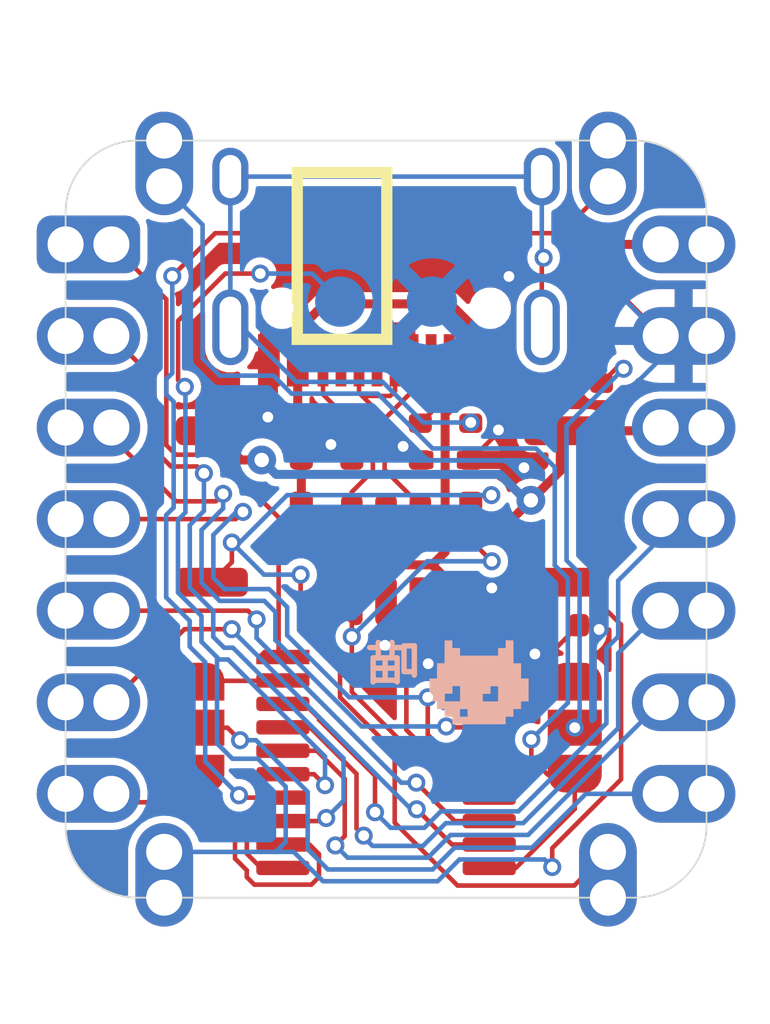
<source format=kicad_pcb>
(kicad_pcb (version 20221018) (generator pcbnew)
  (layers (0 "F.Cu" signal) (31 "B.Cu" signal) (34 "B.Paste" user) (35 "F.Paste" user) (36 "B.SilkS" user "B.Silkscreen") (37 "F.SilkS" user "F.Silkscreen") (38 "B.Mask" user) (39 "F.Mask" user) (44 "Edge.Cuts" user))
  (net 0 "")
  (net 1 "VCC")
  (net 2 "GND")
  (net 3 "+3.3V")
  (net 4 "Net-(D1-A)")
  (net 5 "CC1")
  (net 6 "UDP")
  (net 7 "UDM")
  (net 8 "CC2")
  (net 9 "PORT+")
  (net 10 "PORT-")
  (net 11 "P1.0")
  (net 12 "P3.4")
  (net 13 "P3.5")
  (net 14 "P1.3")
  (net 15 "P1.2")
  (net 16 "RST")
  (net 17 "P3.3")
  (net 18 "Net-(JP1-C)")
  (net 19 "Net-(D2-A)")
  (net 20 "VBUS")
  (net 23 "Net-(J1-SHIELD)")
  (net 24 "BOOT")
  (net 25 "P3.0_RX")
  (net 26 "RX{slash}CS")
  (net 27 "P1.4_CS")
  (net 28 "P3.2_A3")
  (net 29 "P1.1_A0")
  (net 30 "P3.1_TX")
  (net 31 "P1.7_SCK")
  (net 32 "P1.6_MISO")
  (net 33 "P1.5_MOSI")
  (footprint "Button_Switch_SMD:SW_Push_SPST_NO_Alps_SKRK" (layer "F.Cu") (at 95.1675 92.9 90)
    (fp_text reference "SW1" hide)
    (fp_text value "BOOT")
  )
  (footprint "apfellib:xiao_drop-in_gpio_plus_4_castellated" (layer "F.Cu") (at 100 93.25)
    (fp_text reference "U3" hide)
    (fp_text value "xiao_drop-in_gpio_usb_no_cutout" hide)
    (fp_line (start -8.89 8.5) (end -8.89 -8.5) (stroke (width 0.05)) (layer "Edge.Cuts"))
    (fp_line (start -6.89 -10.5) (end -4.8 -10.5) (stroke (width 0.05)) (layer "Edge.Cuts"))
    (fp_line (start 4.8 -10.5) (end 6.89 -10.5) (stroke (width 0.05)) (layer "Edge.Cuts"))
    (fp_line (start 6.89 10.5) (end -6.89 10.5) (stroke (width 0.05)) (layer "Edge.Cuts"))
    (fp_line (start 8.89 -8.5) (end 8.89 8.5) (stroke (width 0.05)) (layer "Edge.Cuts"))
    (fp_arc (start -8.89 -8.5) (mid -8.304214 -9.914214) (end -6.89 -10.5) (stroke (width 0.05)) (layer "Edge.Cuts"))
    (fp_arc (start -6.89 10.5) (mid -8.304214 9.914214) (end -8.89 8.5) (stroke (width 0.05)) (layer "Edge.Cuts"))
    (fp_arc (start 6.89 -10.5) (mid 8.304214 -9.914214) (end 8.89 -8.5) (stroke (width 0.05)) (layer "Edge.Cuts"))
    (fp_arc (start 8.89 8.5) (mid 8.304214 9.914214) (end 6.89 10.5) (stroke (width 0.05)) (layer "Edge.Cuts"))
  )
  (footprint "BeiBob:SolderJumper-3_P1.3mm_Open_RoundedPad1.0x1.5mm_NumberLabels" (layer "F.Cu") (at 94.765 99.035 90)
    (fp_text reference "JP2" hide)
    (fp_text value "UART vs SPI")
  )
  (footprint "Package_TO_SOT_SMD:SOT-23-6" (layer "F.Cu") (at 100 94.39 90)
    (fp_text reference "U2" hide)
    (fp_text value "USBLC6-2SC6")
  )
  (footprint "Resistor_SMD:R_0402_1005Metric" (layer "F.Cu") (at 99.05 91.1 -90)
    (fp_text reference "R5" hide)
    (fp_text value "5.1k")
  )
  (footprint "Resistor_SMD:R_0402_1005Metric" (layer "F.Cu") (at 100.95 91.1 -90)
    (fp_text reference "R4" hide)
    (fp_text value "5.1k")
  )
  (footprint "Fuse:Fuse_0402_1005Metric" (layer "F.Cu") (at 97.65 91.1 90)
    (fp_text reference "F1" hide)
    (fp_text value "500mA")
  )
  (footprint "BeiBob:SolderJumper-3_P1.3mm_Open_RoundedPad1.0x1.5mm_NumberLabels" (layer "F.Cu") (at 105.235 99.035 -90)
    (fp_text reference "JP1" hide)
    (fp_text value "PWR LED vs USR LED")
  )
  (footprint "Resistor_SMD:R_0402_1005Metric" (layer "F.Cu") (at 102.35 93.27 90)
    (fp_text reference "R1" hide)
    (fp_text value "10k")
  )
  (footprint "Diode_SMD:D_0402_1005Metric" (layer "F.Cu") (at 97.65 93.27 90)
    (fp_text reference "D2" hide)
    (fp_text value "PMEG2010EA")
  )
  (footprint "LED_SMD:LED_0402_1005Metric" (layer "F.Cu") (at 105.975 86.9675 -90)
    (fp_text reference "D1" hide)
    (fp_text value "PWR/USR LED")
  )
  (footprint "Connector_USB:USB_C_Receptacle_HRO_TYPE-C-31-M-12" (layer "F.Cu") (at 100 84.8 180)
    (fp_text reference "J1" hide)
    (fp_text value "USB_C_Receptacle_USB2.0")
  )
  (footprint "Capacitor_SMD:C_0402_1005Metric" (layer "F.Cu") (at 102.35 95.5 90)
    (fp_text reference "C1" hide)
    (fp_text value "100nF")
  )
  (footprint "Package_SO:TSSOP-20_4.4x6.5mm_P0.65mm" (layer "F.Cu") (at 100 100)
    (fp_text reference "U1" hide)
    (fp_text value "~")
  )
  (footprint "Button_Switch_SMD:SW_Push_SPST_NO_Alps_SKRK" (layer "F.Cu") (at 104.8325 92.9 90)
    (fp_text reference "SW2" hide)
    (fp_text value "RESET")
  )
  (footprint "Capacitor_SMD:C_0402_1005Metric" (layer "F.Cu") (at 104.87 96.1925)
    (fp_text reference "C2" hide)
    (fp_text value "100nF")
  )
  (footprint "Resistor_SMD:R_0402_1005Metric" (layer "F.Cu") (at 105.975 88.97 90)
    (fp_text reference "R2" hide)
    (fp_text value "1k")
  )
  (footprint "Resistor_SMD:R_0402_1005Metric" (layer "F.Cu") (at 102.35 91.1 -90)
    (fp_text reference "R3" hide)
    (fp_text value "0")
  )
  (gr_poly (pts (xy 103.318501 96.823734) (xy 103.108527 96.825232) (xy 103.107028 97.036705) (xy 102.052635 97.035206) (xy 102.054121 96.823734) (xy 101.838178 96.826718) (xy 101.838178 96.616731) (xy 101.62522 96.613746) (xy 101.622235 97.248178) (xy 101.413734 97.246692) (xy 101.412248 97.671124) (xy 101.202261 97.672622) (xy 101.202261 98.305555) (xy 101.413734 98.305555) (xy 101.415232 98.518514) (xy 101.623721 98.520012) (xy 101.62522 98.73) (xy 101.838178 98.732971) (xy 101.839664 98.944444) (xy 103.321485 98.939974) (xy 103.32 98.73) (xy 103.531473 98.731485) (xy 103.531493 98.728553) (xy 102.261498 98.728553) (xy 102.05301 98.729302) (xy 102.052261 98.5208) (xy 102.260762 98.520051) (xy 102.260762 98.5208) (xy 102.261498 98.728553) (xy 103.531493 98.728553) (xy 103.532958 98.518514) (xy 103.744431 98.517028) (xy 103.744431 98.307041) (xy 103.954418 98.307041) (xy 103.955406 97.886795) (xy 103.108088 97.886795) (xy 103.108088 98.305917) (xy 102.685284 98.305917) (xy 102.685284 98.097415) (xy 102.896951 98.097415) (xy 102.896951 97.886795) (xy 103.108088 97.886795) (xy 103.955406 97.886795) (xy 103.955413 97.883837) (xy 102.054056 97.883837) (xy 102.054056 98.302958) (xy 101.63124 98.302958) (xy 101.63124 98.094457) (xy 101.842907 98.094457) (xy 101.842907 97.883837) (xy 102.054056 97.883837) (xy 103.955413 97.883837) (xy 103.955917 97.669638) (xy 103.74593 97.671124) (xy 103.74593 97.249664) (xy 103.534457 97.248178) (xy 103.534457 96.613746) (xy 103.317015 96.610775)) (fill solid) (layer "B.SilkS"))
  (gr_line (start 104.8 82.75) (end 95.2 82.75) (stroke (width 0.05)) (layer "Edge.Cuts"))
  (gr_text "喵" (at 100.978444 97.895686) (layer "B.SilkS") (effects (font (size 1 1)) (justify left bottom mirror)))
  (gr_text "喵" (at 97.1 88.1) (layer "F.SilkS") (effects (font (size 4 4) (thickness 0.125)) (justify left bottom)))
  (segment (start 105.33 89.16) (end 105.33 85.8625) (width 0.25) (layer "F.Cu") (net 1))
  (segment (start 102.125001 97.725) (end 102.8625 97.725) (width 0.25) (layer "F.Cu") (net 1))
  (segment (start 102.24 95.98) (end 102.35 95.98) (width 0.25) (layer "F.Cu") (net 1))
  (segment (start 100.605001 94.52) (end 101.280908 94.52) (width 0.25) (layer "F.Cu") (net 1))
  (segment (start 101.64 94.879092) (end 101.64 95.38) (width 0.25) (layer "F.Cu") (net 1))
  (segment (start 101.64 93.553) (end 101.6385 93.5515) (width 0.25) (layer "F.Cu") (net 1))
  (segment (start 101.6385 93.5515) (end 101.6385 90.32722) (width 0.25) (layer "F.Cu") (net 1))
  (segment (start 99.674999 94.24) (end 100 93.914999) (width 0.25) (layer "F.Cu") (net 1))
  (segment (start 102.8625 97.725) (end 105.225 97.725) (width 0.25) (layer "F.Cu") (net 1))
  (segment (start 101.8 97.399999) (end 102.125001 97.725) (width 0.25) (layer "F.Cu") (net 1))
  (segment (start 97.65 93.755) (end 98.135 94.24) (width 0.25) (layer "F.Cu") (net 1))
  (segment (start 105.5625 85.63) (end 107.62 85.63) (width 0.25) (layer "F.Cu") (net 1))
  (segment (start 100 93.914999) (end 100.605001 94.52) (width 0.25) (layer "F.Cu") (net 1))
  (segment (start 101.280908 94.52) (end 101.64 94.160908) (width 0.25) (layer "F.Cu") (net 1))
  (segment (start 100 93.2525) (end 100 93.914999) (width 0.25) (layer "F.Cu") (net 1))
  (segment (start 105.33 85.8625) (end 105.5625 85.63) (width 0.25) (layer "F.Cu") (net 1))
  (segment (start 101.6385 90.32722) (end 102.07072 89.895) (width 0.25) (layer "F.Cu") (net 1))
  (segment (start 98.135 94.24) (end 99.674999 94.24) (width 0.25) (layer "F.Cu") (net 1))
  (segment (start 101.64 94.160908) (end 101.64 93.553) (width 0.25) (layer "F.Cu") (net 1))
  (segment (start 102.07072 89.895) (end 104.595 89.895) (width 0.25) (layer "F.Cu") (net 1))
  (segment (start 102.35 95.98) (end 101.8 96.53) (width 0.25) (layer "F.Cu") (net 1))
  (segment (start 104.595 89.895) (end 105.33 89.16) (width 0.25) (layer "F.Cu") (net 1))
  (segment (start 105.225 97.725) (end 105.235 97.735) (width 0.25) (layer "F.Cu") (net 1))
  (segment (start 101.64 95.38) (end 102.24 95.98) (width 0.25) (layer "F.Cu") (net 1))
  (segment (start 101.280908 94.52) (end 101.64 94.879092) (width 0.25) (layer "F.Cu") (net 1))
  (segment (start 101.8 96.53) (end 101.8 97.399999) (width 0.25) (layer "F.Cu") (net 1))
  (segment (start 100.572526 91.232526) (end 100.95 91.61) (width 0.127) (layer "F.Cu") (net 2))
  (segment (start 98.47 91.18) (end 98.62 91.18) (width 0.127) (layer "F.Cu") (net 2))
  (segment (start 102.125001 98.375) (end 101.17 97.419999) (width 0.127) (layer "F.Cu") (net 2))
  (segment (start 96.72 90.42) (end 96.75 90.39) (width 0.127) (layer "F.Cu") (net 2))
  (segment (start 103.25 88.845) (end 103.5285 88.5665) (width 0.127) (layer "F.Cu") (net 2))
  (segment (start 102.35 95.02) (end 102.793 95.02) (width 0.127) (layer "F.Cu") (net 2))
  (segment (start 104.5525 96.99) (end 104.13 96.99) (width 0.127) (layer "F.Cu") (net 2))
  (segment (start 103.826147 91.823853) (end 103.612294 91.61) (width 0.127) (layer "F.Cu") (net 2))
  (segment (start 103.612294 91.61) (end 102.35 91.61) (width 0.127) (layer "F.Cu") (net 2))
  (segment (start 105.35 96.1925) (end 105.7925 96.1925) (width 0.127) (layer "F.Cu") (net 2))
  (segment (start 102.8625 98.375) (end 102.125001 98.375) (width 0.127) (layer "F.Cu") (net 2))
  (segment (start 101.17 97.419999) (end 101.17 97.26) (width 0.127) (layer "F.Cu") (net 2))
  (segment (start 99.97 95.5575) (end 100 95.5275) (width 0.127) (layer "F.Cu") (net 2))
  (segment (start 103.5285 88.5665) (end 103.5285 86.6385) (width 0.127) (layer "F.Cu") (net 2))
  (segment (start 105.35 96.1925) (end 104.5525 96.99) (width 0.127) (layer "F.Cu") (net 2))
  (segment (start 99.97 96.75) (end 99.97 95.5575) (width 0.127) (layer "F.Cu") (net 2))
  (segment (start 105.7925 96.1925) (end 105.91 96.31) (width 0.127) (layer "F.Cu") (net 2))
  (segment (start 103.117608 90.842392) (end 102.35 91.61) (width 0.127) (layer "F.Cu") (net 2))
  (segment (start 100.4735 91.232526) (end 100.572526 91.232526) (width 0.127) (layer "F.Cu") (net 2))
  (segment (start 107.62 88.17) (end 107.62 88.1275) (width 0.127) (layer "F.Cu") (net 2))
  (segment (start 98.62 91.18) (end 99.05 91.61) (width 0.127) (layer "F.Cu") (net 2))
  (segment (start 96.75 90.39) (end 96.75 88.845) (width 0.127) (layer "F.Cu") (net 2))
  (segment (start 103.5285 86.6385) (end 103.41 86.52) (width 0.127) (layer "F.Cu") (net 2))
  (segment (start 102.793 95.02) (end 102.933 95.16) (width 0.127) (layer "F.Cu") (net 2))
  (segment (start 107.62 88.1275) (end 105.975 86.4825) (width 0.127) (layer "F.Cu") (net 2))
  (segment (start 103.117608 90.777) (end 103.117608 90.842392) (width 0.127) (layer "F.Cu") (net 2))
  (via (at 99.97 96.75) (size 0.5) (drill 0.3) (layers "F.Cu" "B.Cu") (net 2))
  (via (at 101.17 97.26) (size 0.5) (drill 0.3) (layers "F.Cu" "B.Cu") (net 2))
  (via (at 105.91 96.31) (size 0.5) (drill 0.3) (layers "F.Cu" "B.Cu") (net 2))
  (via (at 103.41 86.52) (size 0.5) (drill 0.3) (layers "F.Cu" "B.Cu") (net 2))
  (via (at 96.72 90.42) (size 0.5) (drill 0.3) (layers "F.Cu" "B.Cu") (net 2))
  (via (at 104.13 96.99) (size 0.5) (drill 0.3) (layers "F.Cu" "B.Cu") (net 2))
  (via (at 98.47 91.18) (size 0.5) (drill 0.3) (layers "F.Cu" "B.Cu") (net 2))
  (via (at 102.933 95.16) (size 0.5) (drill 0.3) (layers "F.Cu" "B.Cu") (net 2))
  (via (at 103.826147 91.823853) (size 0.5) (drill 0.3) (layers "F.Cu" "B.Cu") (net 2))
  (via (at 100.4735 91.232526) (size 0.5) (drill 0.3) (layers "F.Cu" "B.Cu") (net 2))
  (via (at 103.117608 90.777) (size 0.5) (drill 0.3) (layers "F.Cu" "B.Cu") (net 2))
  (segment (start 103.41 86.52) (end 101.968 86.52) (width 0.127) (layer "B.Cu") (net 2))
  (segment (start 105.91 96.31) (end 105.91 90.51) (width 0.127) (layer "B.Cu") (net 2))
  (segment (start 100.48 97.26) (end 99.97 96.75) (width 0.127) (layer "B.Cu") (net 2))
  (segment (start 101.968 86.52) (end 101.27 87.218) (width 0.127) (layer "B.Cu") (net 2))
  (segment (start 107.62 88.8) (end 107.62 88.17) (width 0.127) (layer "B.Cu") (net 2))
  (segment (start 100.862474 91.6215) (end 100.4735 91.232526) (width 0.127) (layer "B.Cu") (net 2))
  (segment (start 103.117608 90.777) (end 103.117608 89.065608) (width 0.127) (layer "B.Cu") (net 2))
  (segment (start 105.97 86.52) (end 107.62 88.17) (width 0.127) (layer "B.Cu") (net 2))
  (segment (start 103.41 86.52) (end 105.97 86.52) (width 0.127) (layer "B.Cu") (net 2))
  (segment (start 103.623794 91.6215) (end 100.862474 91.6215) (width 0.127) (layer "B.Cu") (net 2))
  (segment (start 97.48 91.18) (end 96.72 90.42) (width 0.127) (layer "B.Cu") (net 2))
  (segment (start 100.420974 91.18) (end 98.47 91.18) (width 0.127) (layer "B.Cu") (net 2))
  (segment (start 103.117608 89.065608) (end 101.27 87.218) (width 0.127) (layer "B.Cu") (net 2))
  (segment (start 103.826147 91.823853) (end 103.623794 91.6215) (width 0.127) (layer "B.Cu") (net 2))
  (segment (start 105.91 90.51) (end 107.62 88.8) (width 0.127) (layer "B.Cu") (net 2))
  (segment (start 101.17 97.26) (end 100.48 97.26) (width 0.127) (layer "B.Cu") (net 2))
  (segment (start 100.4735 91.232526) (end 100.420974 91.18) (width 0.127) (layer "B.Cu") (net 2))
  (segment (start 98.47 91.18) (end 97.48 91.18) (width 0.127) (layer "B.Cu") (net 2))
  (segment (start 104.8325 91.913084) (end 104.8325 90.8) (width 0.25) (layer "F.Cu") (net 3))
  (segment (start 107.53 90.8) (end 107.62 90.71) (width 0.25) (layer "F.Cu") (net 3))
  (segment (start 102.8625 97.075) (end 103.03 96.9075) (width 0.25) (layer "F.Cu") (net 3))
  (segment (start 104.017 92.728584) (end 104.8325 91.913084) (width 0.25) (layer "F.Cu") (net 3))
  (segment (start 104.3875 96.19) (end 104.39 96.1925) (width 0.25) (layer "F.Cu") (net 3))
  (segment (start 104.017 92.728584) (end 103.5075 93.238084) (width 0.25) (layer "F.Cu") (net 3))
  (segment (start 96.55 91.61) (end 95.9775 91.61) (width 0.25) (layer "F.Cu") (net 3))
  (segment (start 95.1675 90.8) (end 95.77 90.8) (width 0.25) (layer "F.Cu") (net 3))
  (segment (start 103.03 95.900504) (end 103.5075 95.423004) (width 0.25) (layer "F.Cu") (net 3))
  (segment (start 104.8325 90.8) (end 107.53 90.8) (width 0.25) (layer "F.Cu") (net 3))
  (segment (start 104.276996 96.1925) (end 104.39 96.1925) (width 0.25) (layer "F.Cu") (net 3))
  (segment (start 103.5075 93.238084) (end 103.5075 95.423004) (width 0.25) (layer "F.Cu") (net 3))
  (segment (start 103.03 96.9075) (end 103.03 95.900504) (width 0.25) (layer "F.Cu") (net 3))
  (segment (start 95.77 90.8) (end 95.78 90.81) (width 0.25) (layer "F.Cu") (net 3))
  (segment (start 103.5075 95.423004) (end 104.276996 96.1925) (width 0.25) (layer "F.Cu") (net 3))
  (segment (start 95.9775 91.61) (end 95.1675 90.8) (width 0.25) (layer "F.Cu") (net 3))
  (via (at 104.017 92.728584) (size 0.8) (drill 0.4) (layers "F.Cu" "B.Cu") (net 3))
  (via (at 96.55 91.61) (size 0.8) (drill 0.4) (layers "F.Cu" "B.Cu") (net 3))
  (segment (start 96.95 92.01) (end 103.160478 92.01) (width 0.25) (layer "B.Cu") (net 3))
  (segment (start 103.160478 92.01) (end 103.879062 92.728584) (width 0.25) (layer "B.Cu") (net 3))
  (segment (start 96.55 91.61) (end 96.95 92.01) (width 0.25) (layer "B.Cu") (net 3))
  (segment (start 103.879062 92.728584) (end 104.017 92.728584) (width 0.25) (layer "B.Cu") (net 3))
  (segment (start 105.975 87.4525) (end 105.975 88.46) (width 0.127) (layer "F.Cu") (net 4))
  (segment (start 101.25 90.29) (end 101.25 88.845) (width 0.127) (layer "F.Cu") (net 5))
  (segment (start 100.95 90.59) (end 101.25 90.29) (width 0.127) (layer "F.Cu") (net 5))
  (segment (start 99.05 96.51) (end 99.05 95.5275) (width 0.127) (layer "F.Cu") (net 6))
  (segment (start 102.35 93.78) (end 102.35 93.837) (width 0.127) (layer "F.Cu") (net 6))
  (segment (start 101.980104 100.975) (end 99.05 98.044896) (width 0.127) (layer "F.Cu") (net 6))
  (segment (start 102.35 93.837) (end 102.933 94.42) (width 0.127) (layer "F.Cu") (net 6))
  (segment (start 102.8625 100.975) (end 101.980104 100.975) (width 0.127) (layer "F.Cu") (net 6))
  (segment (start 99.05 98.044896) (end 99.05 96.51) (width 0.127) (layer "F.Cu") (net 6))
  (via (at 102.933 94.42) (size 0.5) (drill 0.3) (layers "F.Cu" "B.Cu") (net 6))
  (via (at 99.05 96.51) (size 0.5) (drill 0.3) (layers "F.Cu" "B.Cu") (net 6))
  (segment (start 101.14 94.42) (end 99.05 96.51) (width 0.127) (layer "B.Cu") (net 6))
  (segment (start 102.933 94.42) (end 101.14 94.42) (width 0.127) (layer "B.Cu") (net 6))
  (segment (start 101.792552 100.325) (end 102.8625 100.325) (width 0.127) (layer "F.Cu") (net 7))
  (segment (start 100.95 96.47) (end 100.5635 96.8565) (width 0.127) (layer "F.Cu") (net 7))
  (segment (start 100.5635 96.8565) (end 100.5635 99.095948) (width 0.127) (layer "F.Cu") (net 7))
  (segment (start 100.5635 99.095948) (end 101.792552 100.325) (width 0.127) (layer "F.Cu") (net 7))
  (segment (start 100.95 95.5275) (end 100.95 96.47) (width 0.127) (layer "F.Cu") (net 7))
  (segment (start 99.05 90.59) (end 98.25 89.79) (width 0.127) (layer "F.Cu") (net 8))
  (segment (start 98.25 89.79) (end 98.25 88.845) (width 0.127) (layer "F.Cu") (net 8))
  (segment (start 99.6335 91.913806) (end 99.6335 90.1305) (width 0.127) (layer "F.Cu") (net 9))
  (segment (start 99.25 88.845) (end 99.25 89.747) (width 0.127) (layer "F.Cu") (net 9))
  (segment (start 99.6335 90.1305) (end 99.3365 89.8335) (width 0.127) (layer "F.Cu") (net 9))
  (segment (start 100.25 89.697) (end 100.25 88.845) (width 0.127) (layer "F.Cu") (net 9))
  (segment (start 99.05 92.497306) (end 99.6335 91.913806) (width 0.127) (layer "F.Cu") (net 9))
  (segment (start 99.05 93.2525) (end 99.05 92.497306) (width 0.127) (layer "F.Cu") (net 9))
  (segment (start 99.3365 89.8335) (end 100.1135 89.8335) (width 0.127) (layer "F.Cu") (net 9))
  (segment (start 99.25 89.747) (end 99.3365 89.8335) (width 0.127) (layer "F.Cu") (net 9))
  (segment (start 100.1135 89.8335) (end 100.25 89.697) (width 0.127) (layer "F.Cu") (net 9))
  (segment (start 99.75 88.845) (end 99.75 87.943) (width 0.127) (layer "F.Cu") (net 10))
  (segment (start 99.8365 87.8565) (end 100.6635 87.8565) (width 0.127) (layer "F.Cu") (net 10))
  (segment (start 100.6635 87.8565) (end 100.75 87.943) (width 0.127) (layer "F.Cu") (net 10))
  (segment (start 100.95 92.87) (end 99.9605 91.8805) (width 0.127) (layer "F.Cu") (net 10))
  (segment (start 100.75 89.68) (end 100.75 88.845) (width 0.127) (layer "F.Cu") (net 10))
  (segment (start 100.75 87.943) (end 100.75 88.845) (width 0.127) (layer "F.Cu") (net 10))
  (segment (start 99.75 87.943) (end 99.8365 87.8565) (width 0.127) (layer "F.Cu") (net 10))
  (segment (start 99.9605 90.4695) (end 100.75 89.68) (width 0.127) (layer "F.Cu") (net 10))
  (segment (start 99.9605 91.8805) (end 99.9605 90.4695) (width 0.127) (layer "F.Cu") (net 10))
  (segment (start 100.95 93.2525) (end 100.95 92.87) (width 0.127) (layer "F.Cu") (net 10))
  (segment (start 104.855 85.32) (end 106.155 84.02) (width 0.127) (layer "F.Cu") (net 11))
  (segment (start 95.26 85.32) (end 104.855 85.32) (width 0.127) (layer "F.Cu") (net 11))
  (segment (start 95.985 100.975) (end 95.92 100.91) (width 0.127) (layer "F.Cu") (net 11))
  (segment (start 97.1375 100.975) (end 95.985 100.975) (width 0.127) (layer "F.Cu") (net 11))
  (segment (start 94.07 86.51) (end 95.26 85.32) (width 0.127) (layer "F.Cu") (net 11))
  (via (at 94.07 86.51) (size 0.5) (drill 0.3) (layers "F.Cu" "B.Cu") (net 11))
  (via (at 95.92 100.91) (size 0.5) (drill 0.3) (layers "F.Cu" "B.Cu") (net 11))
  (segment (start 93.900877 93.136568) (end 93.900877 95.420669) (width 0.127) (layer "B.Cu") (net 11))
  (segment (start 93.900877 95.420669) (end 94.5525 96.072292) (width 0.127) (layer "B.Cu") (net 11))
  (segment (start 94.10741 92.930035) (end 93.900877 93.136568) (width 0.127) (layer "B.Cu") (net 11))
  (segment (start 94.983 99.973) (end 95.92 100.91) (width 0.127) (layer "B.Cu") (net 11))
  (segment (start 94.10741 89.996609) (end 94.10741 92.930035) (width 0.127) (layer "B.Cu") (net 11))
  (segment (start 93.9035 89.367301) (end 93.9035 89.792699) (width 0.127) (layer "B.Cu") (net 11))
  (segment (start 94.5525 96.072292) (end 94.5525 96.786595) (width 0.127) (layer "B.Cu") (net 11))
  (segment (start 94.07 89.200801) (end 93.9035 89.367301) (width 0.127) (layer "B.Cu") (net 11))
  (segment (start 94.5525 96.786595) (end 94.983 97.217095) (width 0.127) (layer "B.Cu") (net 11))
  (segment (start 94.07 86.51) (end 94.07 89.200801) (width 0.127) (layer "B.Cu") (net 11))
  (segment (start 94.983 97.217095) (end 94.983 99.973) (width 0.127) (layer "B.Cu") (net 11))
  (segment (start 93.9035 89.792699) (end 94.10741 89.996609) (width 0.127) (layer "B.Cu") (net 11))
  (segment (start 92.38 98.33) (end 94.407 96.303) (width 0.127) (layer "F.Cu") (net 12))
  (segment (start 94.407 96.303) (end 95.72 96.303) (width 0.127) (layer "F.Cu") (net 12))
  (segment (start 100.85206 101.29794) (end 101.82912 102.275) (width 0.127) (layer "F.Cu") (net 12))
  (segment (start 101.82912 102.275) (end 102.8625 102.275) (width 0.127) (layer "F.Cu") (net 12))
  (via (at 100.85206 101.29794) (size 0.5) (drill 0.3) (layers "F.Cu" "B.Cu") (net 12))
  (via (at 95.72 96.303) (size 0.5) (drill 0.3) (layers "F.Cu" "B.Cu") (net 12))
  (segment (start 95.72 96.322448) (end 95.72 96.303) (width 0.127) (layer "B.Cu") (net 12))
  (segment (start 100.695492 101.29794) (end 95.72 96.322448) (width 0.127) (layer "B.Cu") (net 12))
  (segment (start 100.85206 101.29794) (end 100.695492 101.29794) (width 0.127) (layer "B.Cu") (net 12))
  (segment (start 92.38 95.79) (end 96.167544 95.79) (width 0.127) (layer "F.Cu") (net 13))
  (segment (start 96.167544 95.79) (end 96.408772 96.031228) (width 0.127) (layer "F.Cu") (net 13))
  (segment (start 101.904612 101.625) (end 102.8625 101.625) (width 0.127) (layer "F.Cu") (net 13))
  (segment (start 100.839806 100.560194) (end 101.904612 101.625) (width 0.127) (layer "F.Cu") (net 13))
  (via (at 96.408772 96.031228) (size 0.5) (drill 0.3) (layers "F.Cu" "B.Cu") (net 13))
  (via (at 100.839806 100.560194) (size 0.5) (drill 0.3) (layers "F.Cu" "B.Cu") (net 13))
  (segment (start 100.420194 100.560194) (end 96.408772 96.548772) (width 0.127) (layer "B.Cu") (net 13))
  (segment (start 96.408772 96.548772) (end 96.408772 96.031228) (width 0.127) (layer "B.Cu") (net 13))
  (segment (start 100.839806 100.560194) (end 100.420194 100.560194) (width 0.127) (layer "B.Cu") (net 13))
  (segment (start 101.1565 98.19313) (end 101.1565 99.2265) (width 0.127) (layer "F.Cu") (net 14))
  (segment (start 101.605 99.675) (end 102.8625 99.675) (width 0.127) (layer "F.Cu") (net 14))
  (segment (start 101.1565 99.2265) (end 101.605 99.675) (width 0.127) (layer "F.Cu") (net 14))
  (segment (start 96.03 93.05) (end 95.83 93.25) (width 0.127) (layer "F.Cu") (net 14))
  (segment (start 95.83 93.25) (end 92.38 93.25) (width 0.127) (layer "F.Cu") (net 14))
  (via (at 96.03 93.05) (size 0.5) (drill 0.3) (layers "F.Cu" "B.Cu") (net 14))
  (via (at 101.1565 98.19313) (size 0.5) (drill 0.3) (layers "F.Cu" "B.Cu") (net 14))
  (segment (start 96.756919 95.190728) (end 97.257 95.690809) (width 0.127) (layer "B.Cu") (net 14))
  (segment (start 97.257 96.472104) (end 98.978026 98.19313) (width 0.127) (layer "B.Cu") (net 14))
  (segment (start 98.978026 98.19313) (end 101.1565 98.19313) (width 0.127) (layer "B.Cu") (net 14))
  (segment (start 95.520728 95.190728) (end 96.756919 95.190728) (width 0.127) (layer "B.Cu") (net 14))
  (segment (start 96.03 93.05) (end 95.845678 93.05) (width 0.127) (layer "B.Cu") (net 14))
  (segment (start 97.257 95.690809) (end 97.257 96.472104) (width 0.127) (layer "B.Cu") (net 14))
  (segment (start 95.208877 94.878877) (end 95.520728 95.190728) (width 0.127) (layer "B.Cu") (net 14))
  (segment (start 95.208877 93.686801) (end 95.208877 94.878877) (width 0.127) (layer "B.Cu") (net 14))
  (segment (start 95.845678 93.05) (end 95.208877 93.686801) (width 0.127) (layer "B.Cu") (net 14))
  (segment (start 95.273754 92.756246) (end 94.174555 92.756246) (width 0.127) (layer "F.Cu") (net 15))
  (segment (start 92.38 90.961691) (end 92.38 90.71) (width 0.127) (layer "F.Cu") (net 15))
  (segment (start 101.695 99.025) (end 102.8625 99.025) (width 0.127) (layer "F.Cu") (net 15))
  (segment (start 101.67 99) (end 101.695 99.025) (width 0.127) (layer "F.Cu") (net 15))
  (segment (start 94.174555 92.756246) (end 92.38 90.961691) (width 0.127) (layer "F.Cu") (net 15))
  (segment (start 95.48 92.55) (end 95.273754 92.756246) (width 0.127) (layer "F.Cu") (net 15))
  (via (at 101.67 99) (size 0.5) (drill 0.3) (layers "F.Cu" "B.Cu") (net 15))
  (via (at 95.48 92.55) (size 0.5) (drill 0.3) (layers "F.Cu" "B.Cu") (net 15))
  (segment (start 95.48 92.55) (end 95.48 92.688216) (width 0.127) (layer "B.Cu") (net 15))
  (segment (start 95.48 92.688216) (end 95.480985 92.689201) (width 0.127) (layer "B.Cu") (net 15))
  (segment (start 96.93 96.607552) (end 99.322448 99) (width 0.127) (layer "B.Cu") (net 15))
  (segment (start 95.38528 95.517728) (end 96.621471 95.517728) (width 0.127) (layer "B.Cu") (net 15))
  (segment (start 99.322448 99) (end 101.67 99) (width 0.127) (layer "B.Cu") (net 15))
  (segment (start 94.881877 95.014325) (end 95.38528 95.517728) (width 0.127) (layer "B.Cu") (net 15))
  (segment (start 95.480985 92.689201) (end 95.480985 92.952952) (width 0.127) (layer "B.Cu") (net 15))
  (segment (start 95.480985 92.952952) (end 94.881877 93.55206) (width 0.127) (layer "B.Cu") (net 15))
  (segment (start 96.621471 95.517728) (end 96.93 95.826257) (width 0.127) (layer "B.Cu") (net 15))
  (segment (start 96.93 95.826257) (end 96.93 96.607552) (width 0.127) (layer "B.Cu") (net 15))
  (segment (start 94.881877 93.55206) (end 94.881877 95.014325) (width 0.127) (layer "B.Cu") (net 15))
  (segment (start 104.61 102.377447) (end 104.61 102.9) (width 0.127) (layer "F.Cu") (net 16))
  (segment (start 106.52 100.467447) (end 104.61 102.377447) (width 0.127) (layer "F.Cu") (net 16))
  (segment (start 105.34 95) (end 106.52 96.18) (width 0.127) (layer "F.Cu") (net 16))
  (segment (start 98.307 100.63) (end 98.002 100.325) (width 0.127) (layer "F.Cu") (net 16))
  (segment (start 94.231 87.749248) (end 94.231 89.394) (width 0.127) (layer "F.Cu") (net 16))
  (segment (start 98.002 100.325) (end 97.1375 100.325) (width 0.127) (layer "F.Cu") (net 16))
  (segment (start 95.540248 86.44) (end 94.231 87.749248) (width 0.127) (layer "F.Cu") (net 16))
  (segment (start 94.231 89.394) (end 94.417 89.58) (width 0.127) (layer "F.Cu") (net 16))
  (segment (start 96.51 86.44) (end 95.540248 86.44) (width 0.127) (layer "F.Cu") (net 16))
  (segment (start 106.52 96.18) (end 106.52 100.467447) (width 0.127) (layer "F.Cu") (net 16))
  (segment (start 104.8325 95) (end 105.34 95) (width 0.127) (layer "F.Cu") (net 16))
  (via (at 104.61 102.9) (size 0.5) (drill 0.3) (layers "F.Cu" "B.Cu") (net 16))
  (via (at 98.307 100.63) (size 0.5) (drill 0.3) (layers "F.Cu" "B.Cu") (net 16))
  (via (at 94.417 89.58) (size 0.5) (drill 0.3) (layers "F.Cu" "B.Cu") (net 16))
  (via (at 96.51 86.44) (size 0.5) (drill 0.3) (layers "F.Cu" "B.Cu") (net 16))
  (segment (start 102.035991 102.69) (end 101.431491 103.2945) (width 0.127) (layer "B.Cu") (net 16))
  (segment (start 94.417 89.58) (end 94.43441 89.59741) (width 0.127) (layer "B.Cu") (net 16))
  (segment (start 98.307 99.834344) (end 95.616156 97.1435) (width 0.127) (layer "B.Cu") (net 16))
  (segment (start 94.8795 96.651147) (end 95.31 97.081647) (width 0.127) (layer "B.Cu") (net 16))
  (segment (start 97.215676 102.204324) (end 96.94 102.48) (width 0.127) (layer "B.Cu") (net 16))
  (segment (start 94.227877 95.285221) (end 94.8795 95.936844) (width 0.127) (layer "B.Cu") (net 16))
  (segment (start 95.616156 97.1435) (end 95.371853 97.1435) (width 0.127) (layer "B.Cu") (net 16))
  (segment (start 101.431491 103.2945) (end 98.252052 103.2945) (width 0.127) (layer "B.Cu") (net 16))
  (segment (start 95.371853 97.1435) (end 95.31 97.081647) (width 0.127) (layer "B.Cu") (net 16))
  (segment (start 94.43441 93.065483) (end 94.227877 93.272016) (width 0.127) (layer "B.Cu") (net 16))
  (segment (start 97.952 86.44) (end 96.51 86.44) (width 0.127) (layer "B.Cu") (net 16))
  (segment (start 96.444052 99.8965) (end 97.215676 100.668124) (width 0.127) (layer "B.Cu") (net 16))
  (segment (start 95.737301 99.8965) (end 96.444052 99.8965) (width 0.127) (layer "B.Cu") (net 16))
  (segment (start 97.437552 102.48) (end 96.94 102.48) (width 0.127) (layer "B.Cu") (net 16))
  (segment (start 94.43441 89.59741) (end 94.43441 93.065483) (width 0.127) (layer "B.Cu") (net 16))
  (segment (start 104.4 102.69) (end 102.035991 102.69) (width 0.127) (layer "B.Cu") (net 16))
  (segment (start 97.215676 100.668124) (end 97.215676 102.204324) (width 0.127) (layer "B.Cu") (net 16))
  (segment (start 104.61 102.9) (end 104.4 102.69) (width 0.127) (layer "B.Cu") (net 16))
  (segment (start 98.73 87.218) (end 97.952 86.44) (width 0.127) (layer "B.Cu") (net 16))
  (segment (start 95.31 97.081647) (end 95.31 99.469199) (width 0.127) (layer "B.Cu") (net 16))
  (segment (start 98.307 100.63) (end 98.307 99.834344) (width 0.127) (layer "B.Cu") (net 16))
  (segment (start 93.845 102.48) (end 96.94 102.48) (width 0.127) (layer "B.Cu") (net 16))
  (segment (start 94.227877 93.272016) (end 94.227877 95.285221) (width 0.127) (layer "B.Cu") (net 16))
  (segment (start 95.31 99.469199) (end 95.737301 99.8965) (width 0.127) (layer "B.Cu") (net 16))
  (segment (start 98.252052 103.2945) (end 97.437552 102.48) (width 0.127) (layer "B.Cu") (net 16))
  (segment (start 94.8795 95.936844) (end 94.8795 96.651147) (width 0.127) (layer "B.Cu") (net 16))
  (segment (start 94.055 102.69) (end 93.845 102.48) (width 0.127) (layer "B.Cu") (net 16))
  (segment (start 104.485 100.335) (end 104.03 99.88) (width 0.127) (layer "F.Cu") (net 17))
  (segment (start 104.03 99.88) (end 104.03 99.36) (width 0.127) (layer "F.Cu") (net 17))
  (segment (start 105.235 100.335) (end 105.235 101.289999) (width 0.127) (layer "F.Cu") (net 17))
  (segment (start 103.599999 102.925) (end 102.8625 102.925) (width 0.127) (layer "F.Cu") (net 17))
  (segment (start 105.235 101.289999) (end 103.599999 102.925) (width 0.127) (layer "F.Cu") (net 17))
  (segment (start 105.235 100.335) (end 104.485 100.335) (width 0.127) (layer "F.Cu") (net 17))
  (via (at 104.03 99.36) (size 0.5) (drill 0.3) (layers "F.Cu" "B.Cu") (net 17))
  (segment (start 104.68 91.81) (end 104.16 91.29) (width 0.127) (layer "B.Cu") (net 17))
  (segment (start 95.39 89.27) (end 94.91 88.79) (width 0.127) (layer "B.Cu") (net 17))
  (segment (start 104.16 91.29) (end 101.29 91.29) (width 0.127) (layer "B.Cu") (net 17))
  (segment (start 96.877552 89.27) (end 95.39 89.27) (width 0.127) (layer "B.Cu") (net 17))
  (segment (start 101.29 91.29) (end 99.77 89.77) (width 0.127) (layer "B.Cu") (net 17))
  (segment (start 104.68 94.530896) (end 104.68 91.81) (width 0.127) (layer "B.Cu") (net 17))
  (segment (start 94.91 88.79) (end 94.91 85.085) (width 0.127) (layer "B.Cu") (net 17))
  (segment (start 104.03 99.36) (end 105.043 98.347) (width 0.127) (layer "B.Cu") (net 17))
  (segment (start 97.377552 89.77) (end 96.877552 89.27) (width 0.127) (layer "B.Cu") (net 17))
  (segment (start 105.043 98.347) (end 105.043 94.893896) (width 0.127) (layer "B.Cu") (net 17))
  (segment (start 105.043 94.893896) (end 104.68 94.530896) (width 0.127) (layer "B.Cu") (net 17))
  (segment (start 99.77 89.77) (end 97.377552 89.77) (width 0.127) (layer "B.Cu") (net 17))
  (segment (start 94.91 85.085) (end 93.845 84.02) (width 0.127) (layer "B.Cu") (net 17))
  (segment (start 106.375 89.08) (end 105.975 89.48) (width 0.127) (layer "F.Cu") (net 18))
  (segment (start 106.59 89.08) (end 106.375 89.08) (width 0.127) (layer "F.Cu") (net 18))
  (via (at 106.59 89.08) (size 0.5) (drill 0.3) (layers "F.Cu" "B.Cu") (net 18))
  (via (at 105.235 99.035) (size 0.5) (drill 0.3) (layers "F.Cu" "B.Cu") (net 18))
  (segment (start 105.007 94.395448) (end 105.37 94.758448) (width 0.127) (layer "B.Cu") (net 18))
  (segment (start 105.007 90.663) (end 105.007 94.395448) (width 0.127) (layer "B.Cu") (net 18))
  (segment (start 106.59 89.08) (end 105.007 90.663) (width 0.127) (layer "B.Cu") (net 18))
  (segment (start 105.37 94.758448) (end 105.37 98.9) (width 0.127) (layer "B.Cu") (net 18))
  (segment (start 105.37 98.9) (end 105.235 99.035) (width 0.127) (layer "B.Cu") (net 18))
  (segment (start 97.65 91.585) (end 97.65 92.785) (width 0.25) (layer "F.Cu") (net 19))
  (segment (start 101.780051 87.28) (end 102.45 87.949949) (width 0.25) (layer "F.Cu") (net 20))
  (segment (start 97.55 88.02) (end 98.29 87.28) (width 0.25) (layer "F.Cu") (net 20))
  (segment (start 97.55 88.845) (end 97.55 90.515) (width 0.25) (layer "F.Cu") (net 20))
  (segment (start 102.45 87.949949) (end 102.45 88.845) (width 0.25) (layer "F.Cu") (net 20))
  (segment (start 97.55 90.515) (end 97.65 90.615) (width 0.25) (layer "F.Cu") (net 20))
  (segment (start 97.55 88.845) (end 97.55 88.02) (width 0.25) (layer "F.Cu") (net 20))
  (segment (start 98.29 87.28) (end 101.780051 87.28) (width 0.25) (layer "F.Cu") (net 20))
  (segment (start 104.37 86) (end 104.32 86.05) (width 0.127) (layer "F.Cu") (net 23))
  (segment (start 102.35 90.59) (end 102.35 90.57) (width 0.127) (layer "F.Cu") (net 23))
  (segment (start 104.32 86.05) (end 104.32 87.93) (width 0.127) (layer "F.Cu") (net 23))
  (via (at 104.37 86) (size 0.5) (drill 0.3) (layers "F.Cu" "B.Cu") (net 23))
  (via (at 102.35 90.57) (size 0.5) (drill 0.3) (layers "F.Cu" "B.Cu") (net 23))
  (segment (start 101.032448 90.57) (end 99.905448 89.443) (width 0.127) (layer "B.Cu") (net 23))
  (segment (start 97.513 89.443) (end 96 87.93) (width 0.127) (layer "B.Cu") (net 23))
  (segment (start 104.32 83.75) (end 104.32 85.95) (width 0.127) (layer "B.Cu") (net 23))
  (segment (start 104.32 85.95) (end 104.37 86) (width 0.127) (layer "B.Cu") (net 23))
  (segment (start 102.35 90.57) (end 101.032448 90.57) (width 0.127) (layer "B.Cu") (net 23))
  (segment (start 96 87.93) (end 95.68 87.93) (width 0.127) (layer "B.Cu") (net 23))
  (segment (start 95.68 87.93) (end 95.68 83.75) (width 0.127) (layer "B.Cu") (net 23))
  (segment (start 95.68 83.75) (end 104.32 83.75) (width 0.127) (layer "B.Cu") (net 23))
  (segment (start 99.905448 89.443) (end 97.513 89.443) (width 0.127) (layer "B.Cu") (net 23))
  (segment (start 102.921805 92.5845) (end 102.5255 92.5845) (width 0.127) (layer "F.Cu") (net 24))
  (segment (start 106.155 102.48) (end 105.2215 103.4135) (width 0.127) (layer "F.Cu") (net 24))
  (segment (start 97.63 95.816199) (end 97.63 94.79) (width 0.127) (layer "F.Cu") (net 24))
  (segment (start 100.24 101.67) (end 100.24 99.71) (width 0.127) (layer "F.Cu") (net 24))
  (segment (start 105.2215 103.4135) (end 101.9835 103.4135) (width 0.127) (layer "F.Cu") (net 24))
  (segment (start 100.24 99.71) (end 98.723 98.193) (width 0.127) (layer "F.Cu") (net 24))
  (segment (start 102.5255 92.5845) (end 102.35 92.76) (width 0.127) (layer "F.Cu") (net 24))
  (segment (start 98.723 98.193) (end 98.723 96.909199) (width 0.127) (layer "F.Cu") (net 24))
  (segment (start 95.1675 95) (end 95.721877 94.445623) (width 0.127) (layer "F.Cu") (net 24))
  (segment (start 98.723 96.909199) (end 97.63 95.816199) (width 0.127) (layer "F.Cu") (net 24))
  (segment (start 95.721877 94.445623) (end 95.721877 93.9) (width 0.127) (layer "F.Cu") (net 24))
  (segment (start 101.9835 103.4135) (end 100.24 101.67) (width 0.127) (layer "F.Cu") (net 24))
  (via (at 102.921805 92.5845) (size 0.5) (drill 0.3) (layers "F.Cu" "B.Cu") (net 24))
  (via (at 95.721877 93.9) (size 0.5) (drill 0.3) (layers "F.Cu" "B.Cu") (net 24))
  (via (at 97.63 94.79) (size 0.5) (drill 0.3) (layers "F.Cu" "B.Cu") (net 24))
  (segment (start 97.63 94.79) (end 96.611877 94.79) (width 0.127) (layer "B.Cu") (net 24))
  (segment (start 95.94 93.9) (end 97.2555 92.5845) (width 0.127) (layer "B.Cu") (net 24))
  (segment (start 97.2555 92.5845) (end 102.921805 92.5845) (width 0.127) (layer "B.Cu") (net 24))
  (segment (start 95.721877 93.9) (end 95.94 93.9) (width 0.127) (layer "B.Cu") (net 24))
  (segment (start 96.611877 94.79) (end 95.721877 93.9) (width 0.127) (layer "B.Cu") (net 24))
  (segment (start 96.1365 101.852699) (end 96.1365 102.528338) (width 0.127) (layer "F.Cu") (net 25))
  (segment (start 96.1365 102.528338) (end 96.533162 102.925) (width 0.127) (layer "F.Cu") (net 25))
  (segment (start 94.765 100.335) (end 94.765 100.481199) (width 0.127) (layer "F.Cu") (net 25))
  (segment (start 96.533162 102.925) (end 97.1375 102.925) (width 0.127) (layer "F.Cu") (net 25))
  (segment (start 94.765 100.481199) (end 96.1365 101.852699) (width 0.127) (layer "F.Cu") (net 25))
  (segment (start 94.765 99.035) (end 95.602 99.035) (width 0.127) (layer "F.Cu") (net 26))
  (segment (start 95.602 99.035) (end 95.95 99.383) (width 0.127) (layer "F.Cu") (net 26))
  (via (at 95.95 99.383) (size 0.5) (drill 0.3) (layers "F.Cu" "B.Cu") (net 26))
  (segment (start 97.8265 102.4065) (end 98.3875 102.9675) (width 0.127) (layer "B.Cu") (net 26))
  (segment (start 98.3875 102.9675) (end 101.296043 102.9675) (width 0.127) (layer "B.Cu") (net 26))
  (segment (start 101.900543 102.363) (end 104.049448 102.363) (width 0.127) (layer "B.Cu") (net 26))
  (segment (start 97.8265 100.8165) (end 97.8265 102.4065) (width 0.127) (layer "B.Cu") (net 26))
  (segment (start 104.049448 102.363) (end 105.542448 100.87) (width 0.127) (layer "B.Cu") (net 26))
  (segment (start 105.542448 100.87) (end 107.62 100.87) (width 0.127) (layer "B.Cu") (net 26))
  (segment (start 101.296043 102.9675) (end 101.900543 102.363) (width 0.127) (layer "B.Cu") (net 26))
  (segment (start 95.95 99.383) (end 96.393 99.383) (width 0.127) (layer "B.Cu") (net 26))
  (segment (start 96.393 99.383) (end 97.8265 100.8165) (width 0.127) (layer "B.Cu") (net 26))
  (segment (start 94.765 97.735) (end 97.1275 97.735) (width 0.127) (layer "F.Cu") (net 27))
  (segment (start 97.1275 97.735) (end 97.1375 97.725) (width 0.127) (layer "F.Cu") (net 27))
  (segment (start 92.38 85.63) (end 93.904 87.154) (width 0.127) (layer "F.Cu") (net 28))
  (segment (start 93.904 87.154) (end 93.904 91.19753) (width 0.127) (layer "F.Cu") (net 28))
  (segment (start 97.02 93.201922) (end 97.02 96.9575) (width 0.127) (layer "F.Cu") (net 28))
  (segment (start 94.16997 91.4635) (end 95.281578 91.4635) (width 0.127) (layer "F.Cu") (net 28))
  (segment (start 95.281578 91.4635) (end 97.02 93.201922) (width 0.127) (layer "F.Cu") (net 28))
  (segment (start 97.02 96.9575) (end 97.1375 97.075) (width 0.127) (layer "F.Cu") (net 28))
  (segment (start 93.904 91.19753) (end 94.16997 91.4635) (width 0.127) (layer "F.Cu") (net 28))
  (segment (start 98.34 101.54) (end 98.255 101.625) (width 0.127) (layer "F.Cu") (net 29))
  (segment (start 93.577 89.367) (end 92.38 88.17) (width 0.127) (layer "F.Cu") (net 29))
  (segment (start 98.255 101.625) (end 97.1375 101.625) (width 0.127) (layer "F.Cu") (net 29))
  (segment (start 93.577 91.332978) (end 93.577 89.367) (width 0.127) (layer "F.Cu") (net 29))
  (segment (start 94.034522 91.7905) (end 93.577 91.332978) (width 0.127) (layer "F.Cu") (net 29))
  (segment (start 94.94741 91.977141) (end 94.760769 91.7905) (width 0.127) (layer "F.Cu") (net 29))
  (segment (start 94.760769 91.7905) (end 94.034522 91.7905) (width 0.127) (layer "F.Cu") (net 29))
  (via (at 94.94741 91.977141) (size 0.5) (drill 0.3) (layers "F.Cu" "B.Cu") (net 29))
  (via (at 98.34 101.54) (size 0.5) (drill 0.3) (layers "F.Cu" "B.Cu") (net 29))
  (segment (start 95.751604 96.8165) (end 95.507301 96.8165) (width 0.127) (layer "B.Cu") (net 29))
  (segment (start 94.554877 93.416612) (end 94.94741 93.024079) (width 0.127) (layer "B.Cu") (net 29))
  (segment (start 98.82 101.06) (end 98.82 99.884896) (width 0.127) (layer "B.Cu") (net 29))
  (segment (start 94.94741 93.024079) (end 94.94741 91.977141) (width 0.127) (layer "B.Cu") (net 29))
  (segment (start 95.2065 96.515699) (end 95.2065 95.801396) (width 0.127) (layer "B.Cu") (net 29))
  (segment (start 95.2065 95.801396) (end 94.554877 95.149773) (width 0.127) (layer "B.Cu") (net 29))
  (segment (start 98.82 99.884896) (end 95.751604 96.8165) (width 0.127) (layer "B.Cu") (net 29))
  (segment (start 98.34 101.54) (end 98.82 101.06) (width 0.127) (layer "B.Cu") (net 29))
  (segment (start 95.507301 96.8165) (end 95.2065 96.515699) (width 0.127) (layer "B.Cu") (net 29))
  (segment (start 94.554877 95.149773) (end 94.554877 93.416612) (width 0.127) (layer "B.Cu") (net 29))
  (segment (start 98.14 103.176838) (end 97.928338 103.3885) (width 0.127) (layer "F.Cu") (net 30))
  (segment (start 96.346662 103.3885) (end 96.1365 103.178338) (width 0.127) (layer "F.Cu") (net 30))
  (segment (start 95.8095 102.663786) (end 95.8095 101.988147) (width 0.127) (layer "F.Cu") (net 30))
  (segment (start 95.8095 101.988147) (end 94.924995 101.103642) (width 0.127) (layer "F.Cu") (net 30))
  (segment (start 97.928338 103.3885) (end 96.346662 103.3885) (width 0.127) (layer "F.Cu") (net 30))
  (segment (start 96.1365 102.990786) (end 95.8095 102.663786) (width 0.127) (layer "F.Cu") (net 30))
  (segment (start 97.1375 102.275) (end 97.874999 102.275) (width 0.127) (layer "F.Cu") (net 30))
  (segment (start 96.1365 103.178338) (end 96.1365 102.990786) (width 0.127) (layer "F.Cu") (net 30))
  (segment (start 98.14 102.540001) (end 98.14 103.176838) (width 0.127) (layer "F.Cu") (net 30))
  (segment (start 94.924995 101.103642) (end 92.613642 101.103642) (width 0.127) (layer "F.Cu") (net 30))
  (segment (start 92.613642 101.103642) (end 92.38 100.87) (width 0.127) (layer "F.Cu") (net 30))
  (segment (start 97.874999 102.275) (end 98.14 102.540001) (width 0.127) (layer "F.Cu") (net 30))
  (segment (start 98.8535 100.450301) (end 98.078199 99.675) (width 0.127) (layer "F.Cu") (net 31))
  (segment (start 98.594229 102.301578) (end 98.8535 102.042307) (width 0.127) (layer "F.Cu") (net 31))
  (segment (start 98.078199 99.675) (end 97.1375 99.675) (width 0.127) (layer "F.Cu") (net 31))
  (segment (start 98.8535 102.042307) (end 98.8535 100.450301) (width 0.127) (layer "F.Cu") (net 31))
  (via (at 98.594229 102.301578) (size 0.5) (drill 0.3) (layers "F.Cu" "B.Cu") (net 31))
  (segment (start 98.594229 102.301578) (end 98.933151 102.6405) (width 0.127) (layer "B.Cu") (net 31))
  (segment (start 103.94 102.01) (end 107.62 98.33) (width 0.127) (layer "B.Cu") (net 31))
  (segment (start 101.160594 102.6405) (end 101.791094 102.01) (width 0.127) (layer "B.Cu") (net 31))
  (segment (start 101.791094 102.01) (end 103.94 102.01) (width 0.127) (layer "B.Cu") (net 31))
  (segment (start 98.933151 102.6405) (end 101.160594 102.6405) (width 0.127) (layer "B.Cu") (net 31))
  (segment (start 97.890647 99.025) (end 97.1375 99.025) (width 0.127) (layer "F.Cu") (net 32))
  (segment (start 99.1805 100.314853) (end 97.890647 99.025) (width 0.127) (layer "F.Cu") (net 32))
  (segment (start 99.1805 101.8305) (end 99.1805 100.314853) (width 0.127) (layer "F.Cu") (net 32))
  (segment (start 99.38 102.03) (end 99.1805 101.8305) (width 0.127) (layer "F.Cu") (net 32))
  (via (at 99.38 102.03) (size 0.5) (drill 0.3) (layers "F.Cu" "B.Cu") (net 32))
  (segment (start 106.44 99.047552) (end 106.44 96.97) (width 0.127) (layer "B.Cu") (net 32))
  (segment (start 103.804552 101.683) (end 106.44 99.047552) (width 0.127) (layer "B.Cu") (net 32))
  (segment (start 99.38 102.03) (end 99.38 102.07) (width 0.127) (layer "B.Cu") (net 32))
  (segment (start 101.655646 101.683) (end 103.804552 101.683) (width 0.127) (layer "B.Cu") (net 32))
  (segment (start 106.44 96.97) (end 107.62 95.79) (width 0.127) (layer "B.Cu") (net 32))
  (segment (start 99.6235 102.3135) (end 101.025146 102.3135) (width 0.127) (layer "B.Cu") (net 32))
  (segment (start 99.38 102.07) (end 99.6235 102.3135) (width 0.127) (layer "B.Cu") (net 32))
  (segment (start 101.025146 102.3135) (end 101.655646 101.683) (width 0.127) (layer "B.Cu") (net 32))
  (segment (start 99.6935 101.38) (end 99.6935 100.365405) (width 0.127) (layer "F.Cu") (net 33))
  (segment (start 98.1385 98.810405) (end 98.1385 98.771662) (width 0.127) (layer "F.Cu") (net 33))
  (segment (start 97.741838 98.375) (end 97.1375 98.375) (width 0.127) (layer "F.Cu") (net 33))
  (segment (start 99.6935 100.365405) (end 98.1385 98.810405) (width 0.127) (layer "F.Cu") (net 33))
  (segment (start 98.1385 98.771662) (end 97.741838 98.375) (width 0.127) (layer "F.Cu") (net 33))
  (via (at 99.6935 101.38) (size 0.5) (drill 0.3) (layers "F.Cu" "B.Cu") (net 33))
  (segment (start 101.520198 101.356) (end 103.669104 101.356) (width 0.127) (layer "B.Cu") (net 33))
  (segment (start 101.064758 101.81144) (end 101.520198 101.356) (width 0.127) (layer "B.Cu") (net 33))
  (segment (start 106.113 96.834552) (end 106.44 96.507552) (width 0.127) (layer "B.Cu") (net 33))
  (segment (start 106.44 96.507552) (end 106.44 94.956199) (width 0.127) (layer "B.Cu") (net 33))
  (segment (start 100.12494 101.81144) (end 101.064758 101.81144) (width 0.127) (layer "B.Cu") (net 33))
  (segment (start 103.669104 101.356) (end 106.113 98.912104) (width 0.127) (layer "B.Cu") (net 33))
  (segment (start 106.113 98.912104) (end 106.113 96.834552) (width 0.127) (layer "B.Cu") (net 33))
  (segment (start 106.44 94.956199) (end 107.62 93.776199) (width 0.127) (layer "B.Cu") (net 33))
  (segment (start 99.6935 101.38) (end 100.12494 101.81144) (width 0.127) (layer "B.Cu") (net 33))
  (segment (start 107.62 93.776199) (end 107.62 93.25) (width 0.127) (layer "B.Cu") (net 33))
  (zone (net 2) (net_name "GND") (layers "F&B.Cu") (connect_pads (clearance 0.2)) (min_thickness 0.127) (fill yes (thermal_gap 0.5) (thermal_bridge_width 0.5))
    (polygon (pts (xy 89.29 81.46) (xy 110.67 81.46) (xy 110.67 105.23) (xy 89.29 105.23)))
  )
)
</source>
